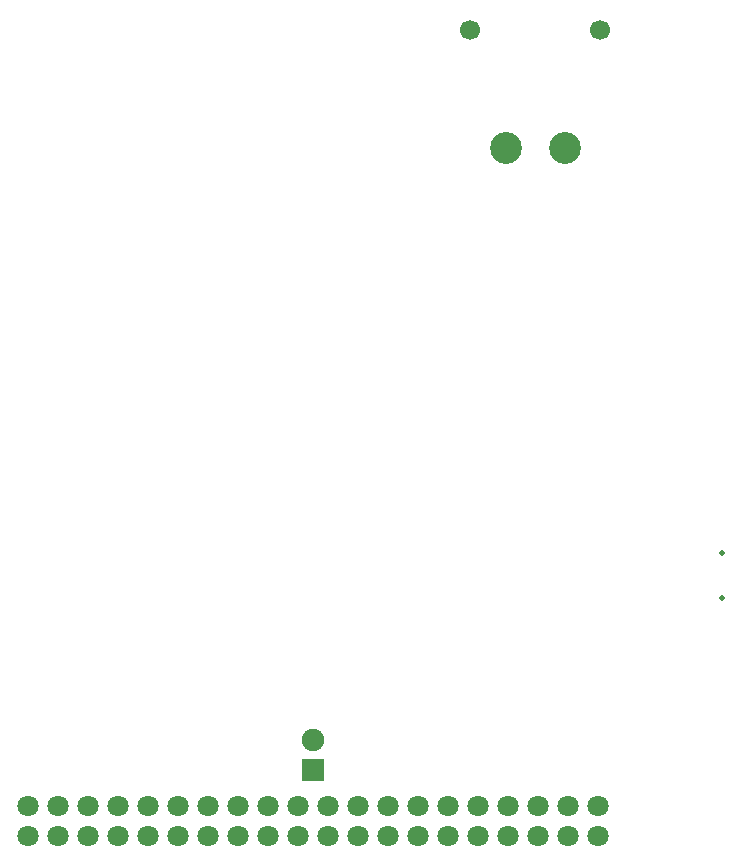
<source format=gbr>
%TF.GenerationSoftware,Altium Limited,Altium Designer,21.6.1 (37)*%
G04 Layer_Color=255*
%FSLAX45Y45*%
%MOMM*%
%TF.SameCoordinates,308497C2-864B-4A42-B135-7B231B7309CE*%
%TF.FilePolarity,Positive*%
%TF.FileFunction,Pads,Bot*%
%TF.Part,Single*%
G01*
G75*
%TA.AperFunction,ComponentPad*%
%ADD78C,1.80000*%
%ADD79C,2.70000*%
%ADD80C,1.70000*%
%ADD81R,1.90000X1.90000*%
%ADD82C,1.90000*%
%ADD83C,0.50000*%
D78*
X3621000Y271000D02*
D03*
X3875000D02*
D03*
X4129000D02*
D03*
X4383000D02*
D03*
X4637000D02*
D03*
X4891000D02*
D03*
X5145000D02*
D03*
X5399000D02*
D03*
X5653000D02*
D03*
X6415000Y525000D02*
D03*
X6161000Y271000D02*
D03*
X5907000D02*
D03*
X6161000Y525000D02*
D03*
X3621000D02*
D03*
X3875000D02*
D03*
X4129000D02*
D03*
X4383000D02*
D03*
X4637000D02*
D03*
X4891000D02*
D03*
X5145000D02*
D03*
X5399000D02*
D03*
X5653000D02*
D03*
X5907000D02*
D03*
X6415000Y271000D02*
D03*
X1589000D02*
D03*
X1843000D02*
D03*
X2097000D02*
D03*
X2605000D02*
D03*
X2859000D02*
D03*
X3113000D02*
D03*
X3367000D02*
D03*
X3113000Y525000D02*
D03*
X3367000D02*
D03*
X2859000D02*
D03*
X2351000Y271000D02*
D03*
X1843000Y525000D02*
D03*
X2097000D02*
D03*
X2351000D02*
D03*
X2605000D02*
D03*
X1589000D02*
D03*
D79*
X6129364Y6090000D02*
D03*
X5629364D02*
D03*
D80*
X5329364Y7090000D02*
D03*
X6429364D02*
D03*
D81*
X4000000Y825500D02*
D03*
D82*
Y1079500D02*
D03*
D83*
X7462576Y2665500D02*
D03*
Y2284500D02*
D03*
%TF.MD5,d59ee32abbae47cab3032bdfb23bb24b*%
M02*

</source>
